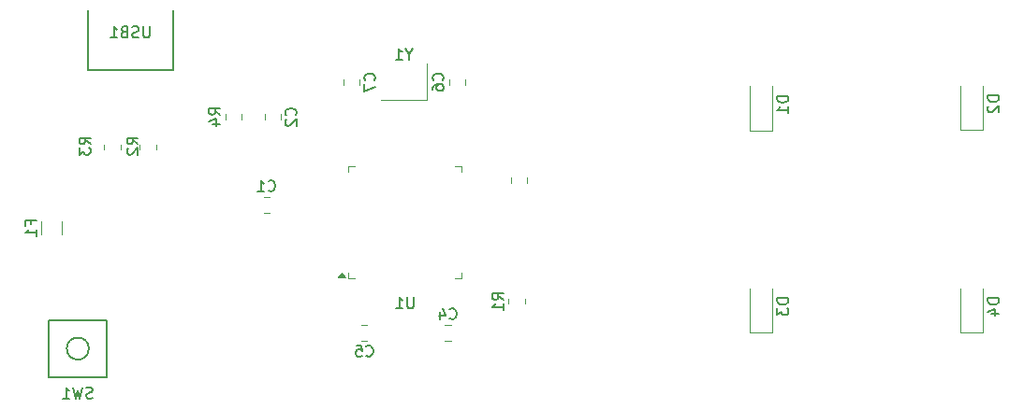
<source format=gbo>
%TF.GenerationSoftware,KiCad,Pcbnew,9.0.2*%
%TF.CreationDate,2025-06-13T00:24:49+05:30*%
%TF.ProjectId,KeebPcb,4b656562-5063-4622-9e6b-696361645f70,rev?*%
%TF.SameCoordinates,Original*%
%TF.FileFunction,Legend,Bot*%
%TF.FilePolarity,Positive*%
%FSLAX46Y46*%
G04 Gerber Fmt 4.6, Leading zero omitted, Abs format (unit mm)*
G04 Created by KiCad (PCBNEW 9.0.2) date 2025-06-13 00:24:49*
%MOMM*%
%LPD*%
G01*
G04 APERTURE LIST*
%ADD10C,0.150000*%
%ADD11C,0.120000*%
G04 APERTURE END LIST*
D10*
X76529119Y-93283833D02*
X76052928Y-92950500D01*
X76529119Y-92712405D02*
X75529119Y-92712405D01*
X75529119Y-92712405D02*
X75529119Y-93093357D01*
X75529119Y-93093357D02*
X75576738Y-93188595D01*
X75576738Y-93188595D02*
X75624357Y-93236214D01*
X75624357Y-93236214D02*
X75719595Y-93283833D01*
X75719595Y-93283833D02*
X75862452Y-93283833D01*
X75862452Y-93283833D02*
X75957690Y-93236214D01*
X75957690Y-93236214D02*
X76005309Y-93188595D01*
X76005309Y-93188595D02*
X76052928Y-93093357D01*
X76052928Y-93093357D02*
X76052928Y-92712405D01*
X75529119Y-93617167D02*
X75529119Y-94236214D01*
X75529119Y-94236214D02*
X75910071Y-93902881D01*
X75910071Y-93902881D02*
X75910071Y-94045738D01*
X75910071Y-94045738D02*
X75957690Y-94140976D01*
X75957690Y-94140976D02*
X76005309Y-94188595D01*
X76005309Y-94188595D02*
X76100547Y-94236214D01*
X76100547Y-94236214D02*
X76338642Y-94236214D01*
X76338642Y-94236214D02*
X76433880Y-94188595D01*
X76433880Y-94188595D02*
X76481500Y-94140976D01*
X76481500Y-94140976D02*
X76529119Y-94045738D01*
X76529119Y-94045738D02*
X76529119Y-93760024D01*
X76529119Y-93760024D02*
X76481500Y-93664786D01*
X76481500Y-93664786D02*
X76433880Y-93617167D01*
X158694819Y-88887405D02*
X157694819Y-88887405D01*
X157694819Y-88887405D02*
X157694819Y-89125500D01*
X157694819Y-89125500D02*
X157742438Y-89268357D01*
X157742438Y-89268357D02*
X157837676Y-89363595D01*
X157837676Y-89363595D02*
X157932914Y-89411214D01*
X157932914Y-89411214D02*
X158123390Y-89458833D01*
X158123390Y-89458833D02*
X158266247Y-89458833D01*
X158266247Y-89458833D02*
X158456723Y-89411214D01*
X158456723Y-89411214D02*
X158551961Y-89363595D01*
X158551961Y-89363595D02*
X158647200Y-89268357D01*
X158647200Y-89268357D02*
X158694819Y-89125500D01*
X158694819Y-89125500D02*
X158694819Y-88887405D01*
X157790057Y-89839786D02*
X157742438Y-89887405D01*
X157742438Y-89887405D02*
X157694819Y-89982643D01*
X157694819Y-89982643D02*
X157694819Y-90220738D01*
X157694819Y-90220738D02*
X157742438Y-90315976D01*
X157742438Y-90315976D02*
X157790057Y-90363595D01*
X157790057Y-90363595D02*
X157885295Y-90411214D01*
X157885295Y-90411214D02*
X157980533Y-90411214D01*
X157980533Y-90411214D02*
X158123390Y-90363595D01*
X158123390Y-90363595D02*
X158694819Y-89792167D01*
X158694819Y-89792167D02*
X158694819Y-90411214D01*
X80827919Y-93283833D02*
X80351728Y-92950500D01*
X80827919Y-92712405D02*
X79827919Y-92712405D01*
X79827919Y-92712405D02*
X79827919Y-93093357D01*
X79827919Y-93093357D02*
X79875538Y-93188595D01*
X79875538Y-93188595D02*
X79923157Y-93236214D01*
X79923157Y-93236214D02*
X80018395Y-93283833D01*
X80018395Y-93283833D02*
X80161252Y-93283833D01*
X80161252Y-93283833D02*
X80256490Y-93236214D01*
X80256490Y-93236214D02*
X80304109Y-93188595D01*
X80304109Y-93188595D02*
X80351728Y-93093357D01*
X80351728Y-93093357D02*
X80351728Y-92712405D01*
X79923157Y-93664786D02*
X79875538Y-93712405D01*
X79875538Y-93712405D02*
X79827919Y-93807643D01*
X79827919Y-93807643D02*
X79827919Y-94045738D01*
X79827919Y-94045738D02*
X79875538Y-94140976D01*
X79875538Y-94140976D02*
X79923157Y-94188595D01*
X79923157Y-94188595D02*
X80018395Y-94236214D01*
X80018395Y-94236214D02*
X80113633Y-94236214D01*
X80113633Y-94236214D02*
X80256490Y-94188595D01*
X80256490Y-94188595D02*
X80827919Y-93617167D01*
X80827919Y-93617167D02*
X80827919Y-94236214D01*
X113875919Y-107371433D02*
X113399728Y-107038100D01*
X113875919Y-106800005D02*
X112875919Y-106800005D01*
X112875919Y-106800005D02*
X112875919Y-107180957D01*
X112875919Y-107180957D02*
X112923538Y-107276195D01*
X112923538Y-107276195D02*
X112971157Y-107323814D01*
X112971157Y-107323814D02*
X113066395Y-107371433D01*
X113066395Y-107371433D02*
X113209252Y-107371433D01*
X113209252Y-107371433D02*
X113304490Y-107323814D01*
X113304490Y-107323814D02*
X113352109Y-107276195D01*
X113352109Y-107276195D02*
X113399728Y-107180957D01*
X113399728Y-107180957D02*
X113399728Y-106800005D01*
X113875919Y-108323814D02*
X113875919Y-107752386D01*
X113875919Y-108038100D02*
X112875919Y-108038100D01*
X112875919Y-108038100D02*
X113018776Y-107942862D01*
X113018776Y-107942862D02*
X113114014Y-107847624D01*
X113114014Y-107847624D02*
X113161633Y-107752386D01*
X71106009Y-100566666D02*
X71106009Y-100233333D01*
X71629819Y-100233333D02*
X70629819Y-100233333D01*
X70629819Y-100233333D02*
X70629819Y-100709523D01*
X71629819Y-101614285D02*
X71629819Y-101042857D01*
X71629819Y-101328571D02*
X70629819Y-101328571D01*
X70629819Y-101328571D02*
X70772676Y-101233333D01*
X70772676Y-101233333D02*
X70867914Y-101138095D01*
X70867914Y-101138095D02*
X70915533Y-101042857D01*
X108369080Y-87491433D02*
X108416700Y-87443814D01*
X108416700Y-87443814D02*
X108464319Y-87300957D01*
X108464319Y-87300957D02*
X108464319Y-87205719D01*
X108464319Y-87205719D02*
X108416700Y-87062862D01*
X108416700Y-87062862D02*
X108321461Y-86967624D01*
X108321461Y-86967624D02*
X108226223Y-86920005D01*
X108226223Y-86920005D02*
X108035747Y-86872386D01*
X108035747Y-86872386D02*
X107892890Y-86872386D01*
X107892890Y-86872386D02*
X107702414Y-86920005D01*
X107702414Y-86920005D02*
X107607176Y-86967624D01*
X107607176Y-86967624D02*
X107511938Y-87062862D01*
X107511938Y-87062862D02*
X107464319Y-87205719D01*
X107464319Y-87205719D02*
X107464319Y-87300957D01*
X107464319Y-87300957D02*
X107511938Y-87443814D01*
X107511938Y-87443814D02*
X107559557Y-87491433D01*
X107464319Y-88348576D02*
X107464319Y-88158100D01*
X107464319Y-88158100D02*
X107511938Y-88062862D01*
X107511938Y-88062862D02*
X107559557Y-88015243D01*
X107559557Y-88015243D02*
X107702414Y-87920005D01*
X107702414Y-87920005D02*
X107892890Y-87872386D01*
X107892890Y-87872386D02*
X108273842Y-87872386D01*
X108273842Y-87872386D02*
X108369080Y-87920005D01*
X108369080Y-87920005D02*
X108416700Y-87967624D01*
X108416700Y-87967624D02*
X108464319Y-88062862D01*
X108464319Y-88062862D02*
X108464319Y-88253338D01*
X108464319Y-88253338D02*
X108416700Y-88348576D01*
X108416700Y-88348576D02*
X108369080Y-88396195D01*
X108369080Y-88396195D02*
X108273842Y-88443814D01*
X108273842Y-88443814D02*
X108035747Y-88443814D01*
X108035747Y-88443814D02*
X107940509Y-88396195D01*
X107940509Y-88396195D02*
X107892890Y-88348576D01*
X107892890Y-88348576D02*
X107845271Y-88253338D01*
X107845271Y-88253338D02*
X107845271Y-88062862D01*
X107845271Y-88062862D02*
X107892890Y-87967624D01*
X107892890Y-87967624D02*
X107940509Y-87920005D01*
X107940509Y-87920005D02*
X108035747Y-87872386D01*
X76719432Y-116295600D02*
X76576575Y-116343219D01*
X76576575Y-116343219D02*
X76338480Y-116343219D01*
X76338480Y-116343219D02*
X76243242Y-116295600D01*
X76243242Y-116295600D02*
X76195623Y-116247980D01*
X76195623Y-116247980D02*
X76148004Y-116152742D01*
X76148004Y-116152742D02*
X76148004Y-116057504D01*
X76148004Y-116057504D02*
X76195623Y-115962266D01*
X76195623Y-115962266D02*
X76243242Y-115914647D01*
X76243242Y-115914647D02*
X76338480Y-115867028D01*
X76338480Y-115867028D02*
X76528956Y-115819409D01*
X76528956Y-115819409D02*
X76624194Y-115771790D01*
X76624194Y-115771790D02*
X76671813Y-115724171D01*
X76671813Y-115724171D02*
X76719432Y-115628933D01*
X76719432Y-115628933D02*
X76719432Y-115533695D01*
X76719432Y-115533695D02*
X76671813Y-115438457D01*
X76671813Y-115438457D02*
X76624194Y-115390838D01*
X76624194Y-115390838D02*
X76528956Y-115343219D01*
X76528956Y-115343219D02*
X76290861Y-115343219D01*
X76290861Y-115343219D02*
X76148004Y-115390838D01*
X75814670Y-115343219D02*
X75576575Y-116343219D01*
X75576575Y-116343219D02*
X75386099Y-115628933D01*
X75386099Y-115628933D02*
X75195623Y-116343219D01*
X75195623Y-116343219D02*
X74957528Y-115343219D01*
X74052766Y-116343219D02*
X74624194Y-116343219D01*
X74338480Y-116343219D02*
X74338480Y-115343219D01*
X74338480Y-115343219D02*
X74433718Y-115486076D01*
X74433718Y-115486076D02*
X74528956Y-115581314D01*
X74528956Y-115581314D02*
X74624194Y-115628933D01*
X158694819Y-107267705D02*
X157694819Y-107267705D01*
X157694819Y-107267705D02*
X157694819Y-107505800D01*
X157694819Y-107505800D02*
X157742438Y-107648657D01*
X157742438Y-107648657D02*
X157837676Y-107743895D01*
X157837676Y-107743895D02*
X157932914Y-107791514D01*
X157932914Y-107791514D02*
X158123390Y-107839133D01*
X158123390Y-107839133D02*
X158266247Y-107839133D01*
X158266247Y-107839133D02*
X158456723Y-107791514D01*
X158456723Y-107791514D02*
X158551961Y-107743895D01*
X158551961Y-107743895D02*
X158647200Y-107648657D01*
X158647200Y-107648657D02*
X158694819Y-107505800D01*
X158694819Y-107505800D02*
X158694819Y-107267705D01*
X158028152Y-108696276D02*
X158694819Y-108696276D01*
X157647200Y-108458181D02*
X158361485Y-108220086D01*
X158361485Y-108220086D02*
X158361485Y-108839133D01*
X105749604Y-107174519D02*
X105749604Y-107984042D01*
X105749604Y-107984042D02*
X105701985Y-108079280D01*
X105701985Y-108079280D02*
X105654366Y-108126900D01*
X105654366Y-108126900D02*
X105559128Y-108174519D01*
X105559128Y-108174519D02*
X105368652Y-108174519D01*
X105368652Y-108174519D02*
X105273414Y-108126900D01*
X105273414Y-108126900D02*
X105225795Y-108079280D01*
X105225795Y-108079280D02*
X105178176Y-107984042D01*
X105178176Y-107984042D02*
X105178176Y-107174519D01*
X104178176Y-108174519D02*
X104749604Y-108174519D01*
X104463890Y-108174519D02*
X104463890Y-107174519D01*
X104463890Y-107174519D02*
X104559128Y-107317376D01*
X104559128Y-107317376D02*
X104654366Y-107412614D01*
X104654366Y-107412614D02*
X104749604Y-107460233D01*
X88270619Y-90623733D02*
X87794428Y-90290400D01*
X88270619Y-90052305D02*
X87270619Y-90052305D01*
X87270619Y-90052305D02*
X87270619Y-90433257D01*
X87270619Y-90433257D02*
X87318238Y-90528495D01*
X87318238Y-90528495D02*
X87365857Y-90576114D01*
X87365857Y-90576114D02*
X87461095Y-90623733D01*
X87461095Y-90623733D02*
X87603952Y-90623733D01*
X87603952Y-90623733D02*
X87699190Y-90576114D01*
X87699190Y-90576114D02*
X87746809Y-90528495D01*
X87746809Y-90528495D02*
X87794428Y-90433257D01*
X87794428Y-90433257D02*
X87794428Y-90052305D01*
X87603952Y-91480876D02*
X88270619Y-91480876D01*
X87223000Y-91242781D02*
X87937285Y-91004686D01*
X87937285Y-91004686D02*
X87937285Y-91623733D01*
X102204680Y-87491433D02*
X102252300Y-87443814D01*
X102252300Y-87443814D02*
X102299919Y-87300957D01*
X102299919Y-87300957D02*
X102299919Y-87205719D01*
X102299919Y-87205719D02*
X102252300Y-87062862D01*
X102252300Y-87062862D02*
X102157061Y-86967624D01*
X102157061Y-86967624D02*
X102061823Y-86920005D01*
X102061823Y-86920005D02*
X101871347Y-86872386D01*
X101871347Y-86872386D02*
X101728490Y-86872386D01*
X101728490Y-86872386D02*
X101538014Y-86920005D01*
X101538014Y-86920005D02*
X101442776Y-86967624D01*
X101442776Y-86967624D02*
X101347538Y-87062862D01*
X101347538Y-87062862D02*
X101299919Y-87205719D01*
X101299919Y-87205719D02*
X101299919Y-87300957D01*
X101299919Y-87300957D02*
X101347538Y-87443814D01*
X101347538Y-87443814D02*
X101395157Y-87491433D01*
X101299919Y-87824767D02*
X101299919Y-88491433D01*
X101299919Y-88491433D02*
X102299919Y-88062862D01*
X139646019Y-107267705D02*
X138646019Y-107267705D01*
X138646019Y-107267705D02*
X138646019Y-107505800D01*
X138646019Y-107505800D02*
X138693638Y-107648657D01*
X138693638Y-107648657D02*
X138788876Y-107743895D01*
X138788876Y-107743895D02*
X138884114Y-107791514D01*
X138884114Y-107791514D02*
X139074590Y-107839133D01*
X139074590Y-107839133D02*
X139217447Y-107839133D01*
X139217447Y-107839133D02*
X139407923Y-107791514D01*
X139407923Y-107791514D02*
X139503161Y-107743895D01*
X139503161Y-107743895D02*
X139598400Y-107648657D01*
X139598400Y-107648657D02*
X139646019Y-107505800D01*
X139646019Y-107505800D02*
X139646019Y-107267705D01*
X138646019Y-108172467D02*
X138646019Y-108791514D01*
X138646019Y-108791514D02*
X139026971Y-108458181D01*
X139026971Y-108458181D02*
X139026971Y-108601038D01*
X139026971Y-108601038D02*
X139074590Y-108696276D01*
X139074590Y-108696276D02*
X139122209Y-108743895D01*
X139122209Y-108743895D02*
X139217447Y-108791514D01*
X139217447Y-108791514D02*
X139455542Y-108791514D01*
X139455542Y-108791514D02*
X139550780Y-108743895D01*
X139550780Y-108743895D02*
X139598400Y-108696276D01*
X139598400Y-108696276D02*
X139646019Y-108601038D01*
X139646019Y-108601038D02*
X139646019Y-108315324D01*
X139646019Y-108315324D02*
X139598400Y-108220086D01*
X139598400Y-108220086D02*
X139550780Y-108172467D01*
X92622666Y-97485580D02*
X92670285Y-97533200D01*
X92670285Y-97533200D02*
X92813142Y-97580819D01*
X92813142Y-97580819D02*
X92908380Y-97580819D01*
X92908380Y-97580819D02*
X93051237Y-97533200D01*
X93051237Y-97533200D02*
X93146475Y-97437961D01*
X93146475Y-97437961D02*
X93194094Y-97342723D01*
X93194094Y-97342723D02*
X93241713Y-97152247D01*
X93241713Y-97152247D02*
X93241713Y-97009390D01*
X93241713Y-97009390D02*
X93194094Y-96818914D01*
X93194094Y-96818914D02*
X93146475Y-96723676D01*
X93146475Y-96723676D02*
X93051237Y-96628438D01*
X93051237Y-96628438D02*
X92908380Y-96580819D01*
X92908380Y-96580819D02*
X92813142Y-96580819D01*
X92813142Y-96580819D02*
X92670285Y-96628438D01*
X92670285Y-96628438D02*
X92622666Y-96676057D01*
X91670285Y-97580819D02*
X92241713Y-97580819D01*
X91955999Y-97580819D02*
X91955999Y-96580819D01*
X91955999Y-96580819D02*
X92051237Y-96723676D01*
X92051237Y-96723676D02*
X92146475Y-96818914D01*
X92146475Y-96818914D02*
X92241713Y-96866533D01*
X139646019Y-88950005D02*
X138646019Y-88950005D01*
X138646019Y-88950005D02*
X138646019Y-89188100D01*
X138646019Y-89188100D02*
X138693638Y-89330957D01*
X138693638Y-89330957D02*
X138788876Y-89426195D01*
X138788876Y-89426195D02*
X138884114Y-89473814D01*
X138884114Y-89473814D02*
X139074590Y-89521433D01*
X139074590Y-89521433D02*
X139217447Y-89521433D01*
X139217447Y-89521433D02*
X139407923Y-89473814D01*
X139407923Y-89473814D02*
X139503161Y-89426195D01*
X139503161Y-89426195D02*
X139598400Y-89330957D01*
X139598400Y-89330957D02*
X139646019Y-89188100D01*
X139646019Y-89188100D02*
X139646019Y-88950005D01*
X139646019Y-90473814D02*
X139646019Y-89902386D01*
X139646019Y-90188100D02*
X138646019Y-90188100D01*
X138646019Y-90188100D02*
X138788876Y-90092862D01*
X138788876Y-90092862D02*
X138884114Y-89997624D01*
X138884114Y-89997624D02*
X138931733Y-89902386D01*
X95061380Y-90666233D02*
X95109000Y-90618614D01*
X95109000Y-90618614D02*
X95156619Y-90475757D01*
X95156619Y-90475757D02*
X95156619Y-90380519D01*
X95156619Y-90380519D02*
X95109000Y-90237662D01*
X95109000Y-90237662D02*
X95013761Y-90142424D01*
X95013761Y-90142424D02*
X94918523Y-90094805D01*
X94918523Y-90094805D02*
X94728047Y-90047186D01*
X94728047Y-90047186D02*
X94585190Y-90047186D01*
X94585190Y-90047186D02*
X94394714Y-90094805D01*
X94394714Y-90094805D02*
X94299476Y-90142424D01*
X94299476Y-90142424D02*
X94204238Y-90237662D01*
X94204238Y-90237662D02*
X94156619Y-90380519D01*
X94156619Y-90380519D02*
X94156619Y-90475757D01*
X94156619Y-90475757D02*
X94204238Y-90618614D01*
X94204238Y-90618614D02*
X94251857Y-90666233D01*
X94251857Y-91047186D02*
X94204238Y-91094805D01*
X94204238Y-91094805D02*
X94156619Y-91190043D01*
X94156619Y-91190043D02*
X94156619Y-91428138D01*
X94156619Y-91428138D02*
X94204238Y-91523376D01*
X94204238Y-91523376D02*
X94251857Y-91570995D01*
X94251857Y-91570995D02*
X94347095Y-91618614D01*
X94347095Y-91618614D02*
X94442333Y-91618614D01*
X94442333Y-91618614D02*
X94585190Y-91570995D01*
X94585190Y-91570995D02*
X95156619Y-90999567D01*
X95156619Y-90999567D02*
X95156619Y-91618614D01*
X105336890Y-85132328D02*
X105336890Y-85608519D01*
X105670223Y-84608519D02*
X105336890Y-85132328D01*
X105336890Y-85132328D02*
X105003557Y-84608519D01*
X104146414Y-85608519D02*
X104717842Y-85608519D01*
X104432128Y-85608519D02*
X104432128Y-84608519D01*
X104432128Y-84608519D02*
X104527366Y-84751376D01*
X104527366Y-84751376D02*
X104622604Y-84846614D01*
X104622604Y-84846614D02*
X104717842Y-84894233D01*
X81886394Y-82619119D02*
X81886394Y-83428642D01*
X81886394Y-83428642D02*
X81838775Y-83523880D01*
X81838775Y-83523880D02*
X81791156Y-83571500D01*
X81791156Y-83571500D02*
X81695918Y-83619119D01*
X81695918Y-83619119D02*
X81505442Y-83619119D01*
X81505442Y-83619119D02*
X81410204Y-83571500D01*
X81410204Y-83571500D02*
X81362585Y-83523880D01*
X81362585Y-83523880D02*
X81314966Y-83428642D01*
X81314966Y-83428642D02*
X81314966Y-82619119D01*
X80886394Y-83571500D02*
X80743537Y-83619119D01*
X80743537Y-83619119D02*
X80505442Y-83619119D01*
X80505442Y-83619119D02*
X80410204Y-83571500D01*
X80410204Y-83571500D02*
X80362585Y-83523880D01*
X80362585Y-83523880D02*
X80314966Y-83428642D01*
X80314966Y-83428642D02*
X80314966Y-83333404D01*
X80314966Y-83333404D02*
X80362585Y-83238166D01*
X80362585Y-83238166D02*
X80410204Y-83190547D01*
X80410204Y-83190547D02*
X80505442Y-83142928D01*
X80505442Y-83142928D02*
X80695918Y-83095309D01*
X80695918Y-83095309D02*
X80791156Y-83047690D01*
X80791156Y-83047690D02*
X80838775Y-83000071D01*
X80838775Y-83000071D02*
X80886394Y-82904833D01*
X80886394Y-82904833D02*
X80886394Y-82809595D01*
X80886394Y-82809595D02*
X80838775Y-82714357D01*
X80838775Y-82714357D02*
X80791156Y-82666738D01*
X80791156Y-82666738D02*
X80695918Y-82619119D01*
X80695918Y-82619119D02*
X80457823Y-82619119D01*
X80457823Y-82619119D02*
X80314966Y-82666738D01*
X79553061Y-83095309D02*
X79410204Y-83142928D01*
X79410204Y-83142928D02*
X79362585Y-83190547D01*
X79362585Y-83190547D02*
X79314966Y-83285785D01*
X79314966Y-83285785D02*
X79314966Y-83428642D01*
X79314966Y-83428642D02*
X79362585Y-83523880D01*
X79362585Y-83523880D02*
X79410204Y-83571500D01*
X79410204Y-83571500D02*
X79505442Y-83619119D01*
X79505442Y-83619119D02*
X79886394Y-83619119D01*
X79886394Y-83619119D02*
X79886394Y-82619119D01*
X79886394Y-82619119D02*
X79553061Y-82619119D01*
X79553061Y-82619119D02*
X79457823Y-82666738D01*
X79457823Y-82666738D02*
X79410204Y-82714357D01*
X79410204Y-82714357D02*
X79362585Y-82809595D01*
X79362585Y-82809595D02*
X79362585Y-82904833D01*
X79362585Y-82904833D02*
X79410204Y-83000071D01*
X79410204Y-83000071D02*
X79457823Y-83047690D01*
X79457823Y-83047690D02*
X79553061Y-83095309D01*
X79553061Y-83095309D02*
X79886394Y-83095309D01*
X78362585Y-83619119D02*
X78934013Y-83619119D01*
X78648299Y-83619119D02*
X78648299Y-82619119D01*
X78648299Y-82619119D02*
X78743537Y-82761976D01*
X78743537Y-82761976D02*
X78838775Y-82857214D01*
X78838775Y-82857214D02*
X78934013Y-82904833D01*
X101471366Y-112442280D02*
X101518985Y-112489900D01*
X101518985Y-112489900D02*
X101661842Y-112537519D01*
X101661842Y-112537519D02*
X101757080Y-112537519D01*
X101757080Y-112537519D02*
X101899937Y-112489900D01*
X101899937Y-112489900D02*
X101995175Y-112394661D01*
X101995175Y-112394661D02*
X102042794Y-112299423D01*
X102042794Y-112299423D02*
X102090413Y-112108947D01*
X102090413Y-112108947D02*
X102090413Y-111966090D01*
X102090413Y-111966090D02*
X102042794Y-111775614D01*
X102042794Y-111775614D02*
X101995175Y-111680376D01*
X101995175Y-111680376D02*
X101899937Y-111585138D01*
X101899937Y-111585138D02*
X101757080Y-111537519D01*
X101757080Y-111537519D02*
X101661842Y-111537519D01*
X101661842Y-111537519D02*
X101518985Y-111585138D01*
X101518985Y-111585138D02*
X101471366Y-111632757D01*
X100566604Y-111537519D02*
X101042794Y-111537519D01*
X101042794Y-111537519D02*
X101090413Y-112013709D01*
X101090413Y-112013709D02*
X101042794Y-111966090D01*
X101042794Y-111966090D02*
X100947556Y-111918471D01*
X100947556Y-111918471D02*
X100709461Y-111918471D01*
X100709461Y-111918471D02*
X100614223Y-111966090D01*
X100614223Y-111966090D02*
X100566604Y-112013709D01*
X100566604Y-112013709D02*
X100518985Y-112108947D01*
X100518985Y-112108947D02*
X100518985Y-112347042D01*
X100518985Y-112347042D02*
X100566604Y-112442280D01*
X100566604Y-112442280D02*
X100614223Y-112489900D01*
X100614223Y-112489900D02*
X100709461Y-112537519D01*
X100709461Y-112537519D02*
X100947556Y-112537519D01*
X100947556Y-112537519D02*
X101042794Y-112489900D01*
X101042794Y-112489900D02*
X101090413Y-112442280D01*
X109025366Y-109082280D02*
X109072985Y-109129900D01*
X109072985Y-109129900D02*
X109215842Y-109177519D01*
X109215842Y-109177519D02*
X109311080Y-109177519D01*
X109311080Y-109177519D02*
X109453937Y-109129900D01*
X109453937Y-109129900D02*
X109549175Y-109034661D01*
X109549175Y-109034661D02*
X109596794Y-108939423D01*
X109596794Y-108939423D02*
X109644413Y-108748947D01*
X109644413Y-108748947D02*
X109644413Y-108606090D01*
X109644413Y-108606090D02*
X109596794Y-108415614D01*
X109596794Y-108415614D02*
X109549175Y-108320376D01*
X109549175Y-108320376D02*
X109453937Y-108225138D01*
X109453937Y-108225138D02*
X109311080Y-108177519D01*
X109311080Y-108177519D02*
X109215842Y-108177519D01*
X109215842Y-108177519D02*
X109072985Y-108225138D01*
X109072985Y-108225138D02*
X109025366Y-108272757D01*
X108168223Y-108510852D02*
X108168223Y-109177519D01*
X108406318Y-108129900D02*
X108644413Y-108844185D01*
X108644413Y-108844185D02*
X108025366Y-108844185D01*
D11*
%TO.C,R3*%
X77783000Y-93342236D02*
X77783000Y-93796364D01*
X79253000Y-93342236D02*
X79253000Y-93796364D01*
%TO.C,D2*%
X155240000Y-91985500D02*
X155240000Y-87975500D01*
X157240000Y-91985500D02*
X155240000Y-91985500D01*
X157240000Y-91985500D02*
X157240000Y-87975500D01*
%TO.C,R2*%
X81000700Y-93342236D02*
X81000700Y-93796364D01*
X82470700Y-93342236D02*
X82470700Y-93796364D01*
%TO.C,R1*%
X114336100Y-107311036D02*
X114336100Y-107765164D01*
X115806100Y-107311036D02*
X115806100Y-107765164D01*
%TO.C,F1*%
X72095000Y-100297936D02*
X72095000Y-101502064D01*
X73915000Y-100297936D02*
X73915000Y-101502064D01*
%TO.C,C6*%
X108954500Y-87396848D02*
X108954500Y-87919352D01*
X110424500Y-87396848D02*
X110424500Y-87919352D01*
D10*
%TO.C,SW1*%
X72786100Y-109224400D02*
X72786100Y-114424400D01*
X72786100Y-114424400D02*
X77986100Y-114424400D01*
X77986100Y-109224400D02*
X72786100Y-109224400D01*
X77986100Y-114424400D02*
X77986100Y-109224400D01*
X76386100Y-111824400D02*
G75*
G02*
X74386100Y-111824400I-1000000J0D01*
G01*
X74386100Y-111824400D02*
G75*
G02*
X76386100Y-111824400I1000000J0D01*
G01*
D11*
%TO.C,D4*%
X155240000Y-110365800D02*
X155240000Y-106355800D01*
X157240000Y-110365800D02*
X155240000Y-110365800D01*
X157240000Y-110365800D02*
X157240000Y-106355800D01*
%TO.C,U1*%
X99877700Y-95259700D02*
X99877700Y-95834700D01*
X99877700Y-105479700D02*
X99877700Y-104904700D01*
X100452700Y-95259700D02*
X99877700Y-95259700D01*
X100452700Y-105479700D02*
X99877700Y-105479700D01*
X109522700Y-95259700D02*
X110097700Y-95259700D01*
X109522700Y-105479700D02*
X110097700Y-105479700D01*
X110097700Y-95259700D02*
X110097700Y-95834700D01*
X110097700Y-105479700D02*
X110097700Y-104904700D01*
X99627700Y-105374700D02*
X98947700Y-105374700D01*
X99287700Y-104904700D01*
X99627700Y-105374700D01*
G36*
X99627700Y-105374700D02*
G01*
X98947700Y-105374700D01*
X99287700Y-104904700D01*
X99627700Y-105374700D01*
G37*
%TO.C,R4*%
X88730800Y-90563336D02*
X88730800Y-91017464D01*
X90200800Y-90563336D02*
X90200800Y-91017464D01*
%TO.C,C3*%
X114539700Y-96820952D02*
X114539700Y-96298448D01*
X116009700Y-96820952D02*
X116009700Y-96298448D01*
%TO.C,C7*%
X99430100Y-87919352D02*
X99430100Y-87396848D01*
X100900100Y-87919352D02*
X100900100Y-87396848D01*
%TO.C,D3*%
X136191200Y-110365800D02*
X136191200Y-106355800D01*
X138191200Y-110365800D02*
X136191200Y-110365800D01*
X138191200Y-110365800D02*
X138191200Y-106355800D01*
%TO.C,C1*%
X92717252Y-98071000D02*
X92194748Y-98071000D01*
X92717252Y-99541000D02*
X92194748Y-99541000D01*
%TO.C,D1*%
X136191200Y-92048100D02*
X136191200Y-88038100D01*
X138191200Y-92048100D02*
X136191200Y-92048100D01*
X138191200Y-92048100D02*
X138191200Y-88038100D01*
%TO.C,C2*%
X92286800Y-91094152D02*
X92286800Y-90571648D01*
X93756800Y-91094152D02*
X93756800Y-90571648D01*
%TO.C,Y1*%
X106920700Y-85968700D02*
X106920700Y-89238700D01*
X106920700Y-89238700D02*
X102800700Y-89238700D01*
D10*
%TO.C,USB1*%
X76298300Y-81132300D02*
X76298300Y-86582300D01*
X76298300Y-86582300D02*
X83998300Y-86582300D01*
X83998300Y-81132300D02*
X83998300Y-86582300D01*
D11*
%TO.C,C5*%
X101043448Y-109667700D02*
X101565952Y-109667700D01*
X101043448Y-111137700D02*
X101565952Y-111137700D01*
%TO.C,C4*%
X109119952Y-109667700D02*
X108597448Y-109667700D01*
X109119952Y-111137700D02*
X108597448Y-111137700D01*
%TD*%
M02*

</source>
